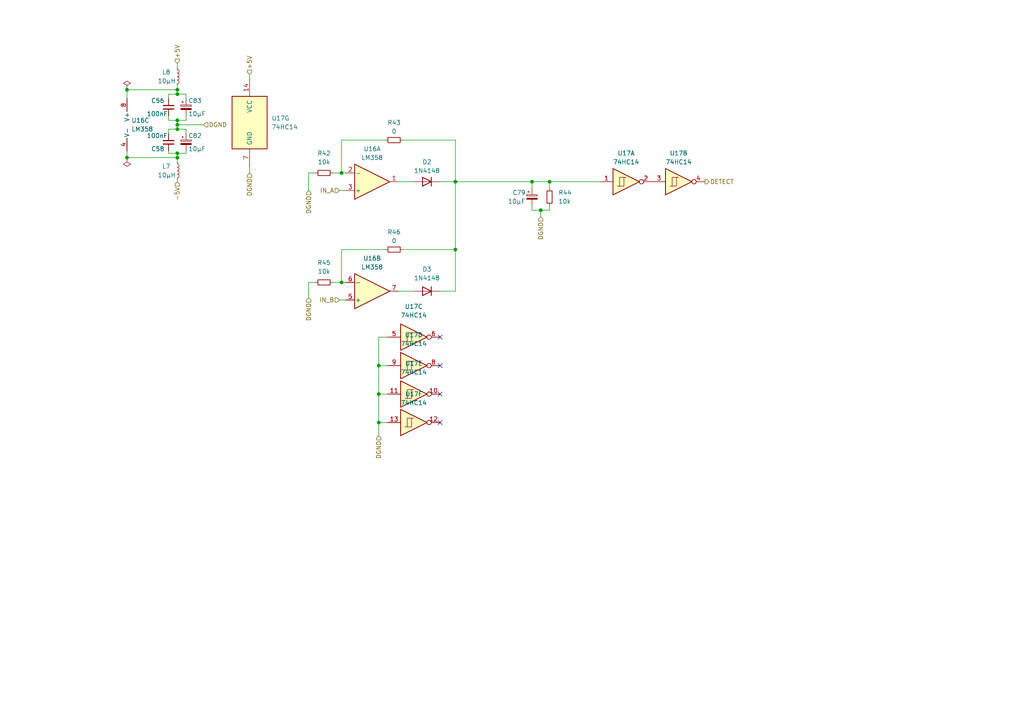
<source format=kicad_sch>
(kicad_sch (version 20230121) (generator eeschema)
  (paper "A4")
  (lib_symbols
    (symbol "74xx:74HC14" (pin_names (offset 1.016))
      (property "Reference" "U" (at 0 1.27 0))
      (property "Value" "74HC14" (at 0 -1.27 0))
      (symbol "74HC14_1_0"
        (polyline (pts (xy -3.81 3.81) (xy -3.81 -3.81) (xy 3.81 0) (xy -3.81 3.81)) (stroke (width 0.254)) (fill (type background)))
        (pin input line (at -7.62 0 0) (length 3.81) (name "~") (number "1"))
        (pin output inverted (at 7.62 0 180) (length 3.81) (name "~") (number "2"))
      )
      (symbol "74HC14_1_1"
        (polyline (pts (xy -1.905 -1.27) (xy -1.905 1.27) (xy -0.635 1.27)))
        (polyline (pts (xy -2.54 -1.27) (xy -0.635 -1.27) (xy -0.635 1.27) (xy 0 1.27)))
      )
      (symbol "74HC14_2_0"
        (polyline (pts (xy -3.81 3.81) (xy -3.81 -3.81) (xy 3.81 0) (xy -3.81 3.81)) (stroke (width 0.254)) (fill (type background)))
        (pin input line (at -7.62 0 0) (length 3.81) (name "~") (number "3"))
        (pin output inverted (at 7.62 0 180) (length 3.81) (name "~") (number "4"))
      )
      (symbol "74HC14_2_1"
        (polyline (pts (xy -1.905 -1.27) (xy -1.905 1.27) (xy -0.635 1.27)))
        (polyline (pts (xy -2.54 -1.27) (xy -0.635 -1.27) (xy -0.635 1.27) (xy 0 1.27)))
      )
      (symbol "74HC14_3_0"
        (polyline (pts (xy -3.81 3.81) (xy -3.81 -3.81) (xy 3.81 0) (xy -3.81 3.81)) (stroke (width 0.254)) (fill (type background)))
        (pin input line (at -7.62 0 0) (length 3.81) (name "~") (number "5"))
        (pin output inverted (at 7.62 0 180) (length 3.81) (name "~") (number "6"))
      )
      (symbol "74HC14_3_1"
        (polyline (pts (xy -1.905 -1.27) (xy -1.905 1.27) (xy -0.635 1.27)))
        (polyline (pts (xy -2.54 -1.27) (xy -0.635 -1.27) (xy -0.635 1.27) (xy 0 1.27)))
      )
      (symbol "74HC14_4_0"
        (polyline (pts (xy -3.81 3.81) (xy -3.81 -3.81) (xy 3.81 0) (xy -3.81 3.81)) (stroke (width 0.254)) (fill (type background)))
        (pin output inverted (at 7.62 0 180) (length 3.81) (name "~") (number "8"))
        (pin input line (at -7.62 0 0) (length 3.81) (name "~") (number "9"))
      )
      (symbol "74HC14_4_1"
        (polyline (pts (xy -1.905 -1.27) (xy -1.905 1.27) (xy -0.635 1.27)))
        (polyline (pts (xy -2.54 -1.27) (xy -0.635 -1.27) (xy -0.635 1.27) (xy 0 1.27)))
      )
      (symbol "74HC14_5_0"
        (polyline (pts (xy -3.81 3.81) (xy -3.81 -3.81) (xy 3.81 0) (xy -3.81 3.81)) (stroke (width 0.254)) (fill (type background)))
        (pin output inverted (at 7.62 0 180) (length 3.81) (name "~") (number "10"))
        (pin input line (at -7.62 0 0) (length 3.81) (name "~") (number "11"))
      )
      (symbol "74HC14_5_1"
        (polyline (pts (xy -1.905 -1.27) (xy -1.905 1.27) (xy -0.635 1.27)))
        (polyline (pts (xy -2.54 -1.27) (xy -0.635 -1.27) (xy -0.635 1.27) (xy 0 1.27)))
      )
      (symbol "74HC14_6_0"
        (polyline (pts (xy -3.81 3.81) (xy -3.81 -3.81) (xy 3.81 0) (xy -3.81 3.81)) (stroke (width 0.254)) (fill (type background)))
        (pin output inverted (at 7.62 0 180) (length 3.81) (name "~") (number "12"))
        (pin input line (at -7.62 0 0) (length 3.81) (name "~") (number "13"))
      )
      (symbol "74HC14_6_1"
        (polyline (pts (xy -1.905 -1.27) (xy -1.905 1.27) (xy -0.635 1.27)))
        (polyline (pts (xy -2.54 -1.27) (xy -0.635 -1.27) (xy -0.635 1.27) (xy 0 1.27)))
      )
      (symbol "74HC14_7_0"
        (pin power_in line (at 0 12.7 270) (length 5.08) (name "VCC") (number "14"))
        (pin power_in line (at 0 -12.7 90) (length 5.08) (name "GND") (number "7"))
      )
      (symbol "74HC14_7_1"
        (rectangle (start -5.08 7.62) (end 5.08 -7.62) (stroke (width 0.254)) (fill (type background)))
      )
    )
    (symbol "Amplifier_Operational:LM358" (pin_names (offset 0.127))
      (property "Reference" "U" (at 0 5.08 0))
      (property "Value" "LM358" (at 0 -5.08 0))
      (symbol "LM358_1_1"
        (polyline (pts (xy -5.08 5.08) (xy 5.08 0) (xy -5.08 -5.08) (xy -5.08 5.08)) (stroke (width 0.254)) (fill (type background)))
        (pin output line (at 7.62 0 180) (length 2.54) (name "~") (number "1"))
        (pin input line (at -7.62 -2.54 0) (length 2.54) (name "-") (number "2"))
        (pin input line (at -7.62 2.54 0) (length 2.54) (name "+") (number "3"))
      )
      (symbol "LM358_2_1"
        (polyline (pts (xy -5.08 5.08) (xy 5.08 0) (xy -5.08 -5.08) (xy -5.08 5.08)) (stroke (width 0.254)) (fill (type background)))
        (pin input line (at -7.62 2.54 0) (length 2.54) (name "+") (number "5"))
        (pin input line (at -7.62 -2.54 0) (length 2.54) (name "-") (number "6"))
        (pin output line (at 7.62 0 180) (length 2.54) (name "~") (number "7"))
      )
      (symbol "LM358_3_1"
        (pin power_in line (at -2.54 -7.62 90) (length 3.81) (name "V-") (number "4"))
        (pin power_in line (at -2.54 7.62 270) (length 3.81) (name "V+") (number "8"))
      )
    )
    (symbol "Device:C_Polarized_Small" (pin_numbers hide) (pin_names (offset 0.254) hide)
      (property "Reference" "C" (at 0.254 1.778 0))
      (property "Value" "C_Polarized_Small" (at 0.254 -2.032 0))
      (symbol "C_Polarized_Small_0_1"
        (rectangle (start -1.524 -0.3048) (end 1.524 -0.6858) (fill (type outline)))
        (rectangle (start -1.524 0.6858) (end 1.524 0.3048))
        (polyline (pts (xy -1.27 1.524) (xy -0.762 1.524)))
        (polyline (pts (xy -1.016 1.27) (xy -1.016 1.778)))
      )
      (symbol "C_Polarized_Small_1_1"
        (pin passive line (at 0 2.54 270) (length 1.8542) (name "~") (number "1"))
        (pin passive line (at 0 -2.54 90) (length 1.8542) (name "~") (number "2"))
      )
    )
    (symbol "Device:C_Small" (pin_numbers hide) (pin_names (offset 0.254) hide)
      (property "Reference" "C" (at 0.254 1.778 0))
      (property "Value" "C_Small" (at 0.254 -2.032 0))
      (symbol "C_Small_0_1"
        (polyline (pts (xy -1.524 -0.508) (xy 1.524 -0.508)) (stroke (width 0.3302)))
        (polyline (pts (xy -1.524 0.508) (xy 1.524 0.508)) (stroke (width 0.3048)))
      )
      (symbol "C_Small_1_1"
        (pin passive line (at 0 2.54 270) (length 2.032) (name "~") (number "1"))
        (pin passive line (at 0 -2.54 90) (length 2.032) (name "~") (number "2"))
      )
    )
    (symbol "Device:L_Small" (pin_numbers hide) (pin_names (offset 0.254) hide)
      (property "Reference" "L" (at 0.762 1.016 0))
      (property "Value" "L_Small" (at 0.762 -1.016 0))
      (symbol "L_Small_0_1"
        (arc (start 0 -2.032) (mid 0.5058 -1.524) (end 0 -1.016))
        (arc (start 0 -1.016) (mid 0.5058 -0.508) (end 0 0))
        (arc (start 0 0) (mid 0.5058 0.508) (end 0 1.016))
        (arc (start 0 1.016) (mid 0.5058 1.524) (end 0 2.032))
      )
      (symbol "L_Small_1_1"
        (pin passive line (at 0 2.54 270) (length 0.508) (name "~") (number "1"))
        (pin passive line (at 0 -2.54 90) (length 0.508) (name "~") (number "2"))
      )
    )
    (symbol "Device:R_Small" (pin_numbers hide) (pin_names (offset 0.254) hide)
      (property "Reference" "R" (at 0.762 0.508 0))
      (property "Value" "R_Small" (at 0.762 -1.016 0))
      (symbol "R_Small_0_1"
        (rectangle (start -0.762 1.778) (end 0.762 -1.778) (stroke (width 0.2032)))
      )
      (symbol "R_Small_1_1"
        (pin passive line (at 0 2.54 270) (length 0.762) (name "~") (number "1"))
        (pin passive line (at 0 -2.54 90) (length 0.762) (name "~") (number "2"))
      )
    )
    (symbol "Diode:1N4148" (pin_numbers hide) (pin_names hide)
      (property "Reference" "D" (at 0 2.54 0))
      (property "Value" "1N4148" (at 0 -2.54 0))
      (symbol "1N4148_0_1"
        (polyline (pts (xy -1.27 1.27) (xy -1.27 -1.27)) (stroke (width 0.254)))
        (polyline (pts (xy 1.27 0) (xy -1.27 0)))
        (polyline (pts (xy 1.27 1.27) (xy 1.27 -1.27) (xy -1.27 0) (xy 1.27 1.27)) (stroke (width 0.254)))
      )
      (symbol "1N4148_1_1"
        (pin passive line (at -3.81 0 0) (length 2.54) (name "K") (number "1"))
        (pin passive line (at 3.81 0 180) (length 2.54) (name "A") (number "2"))
      )
    )
    (symbol "power:PWR_FLAG" (power) (pin_numbers hide) (pin_names (offset 0) hide)
      (property "Value" "PWR_FLAG" (at 0 3.81 0))
      (symbol "PWR_FLAG_0_0"
        (pin power_out line (at 0 0 90) (length 0) (name "pwr") (number "1"))
      )
      (symbol "PWR_FLAG_0_1"
        (polyline (pts (xy 0 0) (xy 0 1.27) (xy -1.016 1.905) (xy 0 2.54) (xy 1.016 1.905) (xy 0 1.27)))
      )
    )
  )
  (junction (at 132.08 72.39))
  (junction (at 154.305 52.705))
  (junction (at 109.855 106.045))
  (junction (at 99.06 81.915))
  (junction (at 51.435 27.305))
  (junction (at 51.435 44.45))
  (junction (at 156.845 60.96))
  (junction (at 51.435 45.72))
  (junction (at 109.855 122.555))
  (junction (at 51.435 26.035))
  (junction (at 99.06 50.165))
  (junction (at 51.435 36.195))
  (junction (at 159.385 52.705))
  (junction (at 109.855 114.3))
  (junction (at 36.83 26.035))
  (junction (at 36.83 45.72))
  (junction (at 51.435 37.465))
  (junction (at 132.08 52.705))
  (junction (at 51.435 34.925))
  (no_connect (at 127.635 106.045))
  (no_connect (at 127.635 114.3))
  (no_connect (at 127.635 122.555))
  (no_connect (at 127.635 97.79))
  (wire (pts (xy 154.305 59.69) (xy 154.305 60.96)))
  (wire (pts (xy 115.57 84.455) (xy 120.015 84.455)))
  (wire (pts (xy 132.08 52.705) (xy 132.08 40.64)))
  (wire (pts (xy 109.855 106.045) (xy 109.855 114.3)))
  (wire (pts (xy 111.76 72.39) (xy 99.06 72.39)))
  (wire (pts (xy 51.435 52.07) (xy 51.435 52.705)))
  (wire (pts (xy 159.385 52.705) (xy 173.99 52.705)))
  (wire (pts (xy 51.435 34.29) (xy 51.435 34.925)))
  (wire (pts (xy 53.975 43.815) (xy 53.975 44.45)))
  (wire (pts (xy 89.535 86.36) (xy 89.535 81.915)))
  (wire (pts (xy 109.855 97.79) (xy 109.855 106.045)))
  (wire (pts (xy 89.535 81.915) (xy 91.44 81.915)))
  (wire (pts (xy 51.435 24.765) (xy 51.435 26.035)))
  (wire (pts (xy 115.57 52.705) (xy 120.015 52.705)))
  (wire (pts (xy 51.435 34.925) (xy 53.975 34.925)))
  (wire (pts (xy 48.895 33.655) (xy 48.895 34.925)))
  (wire (pts (xy 112.395 114.3) (xy 109.855 114.3)))
  (wire (pts (xy 36.83 26.035) (xy 51.435 26.035)))
  (wire (pts (xy 53.975 34.925) (xy 53.975 33.655)))
  (wire (pts (xy 132.08 52.705) (xy 132.08 72.39)))
  (wire (pts (xy 99.06 81.915) (xy 100.33 81.915)))
  (wire (pts (xy 51.435 36.195) (xy 51.435 37.465)))
  (wire (pts (xy 72.39 21.59) (xy 72.39 22.86)))
  (wire (pts (xy 112.395 106.045) (xy 109.855 106.045)))
  (wire (pts (xy 48.895 38.735) (xy 48.895 37.465)))
  (wire (pts (xy 48.895 34.925) (xy 51.435 34.925)))
  (wire (pts (xy 48.895 44.45) (xy 48.895 43.815)))
  (wire (pts (xy 48.895 28.575) (xy 48.895 27.305)))
  (wire (pts (xy 154.305 52.705) (xy 154.305 54.61)))
  (wire (pts (xy 98.425 55.245) (xy 100.33 55.245)))
  (wire (pts (xy 89.535 55.245) (xy 89.535 50.165)))
  (wire (pts (xy 99.06 72.39) (xy 99.06 81.915)))
  (wire (pts (xy 156.845 60.96) (xy 159.385 60.96)))
  (wire (pts (xy 51.435 27.305) (xy 53.975 27.305)))
  (wire (pts (xy 127.635 84.455) (xy 132.08 84.455)))
  (wire (pts (xy 96.52 50.165) (xy 99.06 50.165)))
  (wire (pts (xy 51.435 18.415) (xy 51.435 19.685)))
  (wire (pts (xy 112.395 122.555) (xy 109.855 122.555)))
  (wire (pts (xy 72.39 48.26) (xy 72.39 50.165)))
  (wire (pts (xy 48.895 27.305) (xy 51.435 27.305)))
  (wire (pts (xy 154.305 52.705) (xy 159.385 52.705)))
  (wire (pts (xy 99.06 50.165) (xy 100.33 50.165)))
  (wire (pts (xy 36.83 43.815) (xy 36.83 45.72)))
  (wire (pts (xy 111.76 40.64) (xy 99.06 40.64)))
  (wire (pts (xy 132.08 84.455) (xy 132.08 72.39)))
  (wire (pts (xy 156.845 60.96) (xy 156.845 62.865)))
  (wire (pts (xy 51.435 46.99) (xy 51.435 45.72)))
  (wire (pts (xy 127.635 52.705) (xy 132.08 52.705)))
  (wire (pts (xy 116.84 72.39) (xy 132.08 72.39)))
  (wire (pts (xy 53.975 37.465) (xy 53.975 38.735)))
  (wire (pts (xy 109.855 114.3) (xy 109.855 122.555)))
  (wire (pts (xy 51.435 36.195) (xy 59.055 36.195)))
  (wire (pts (xy 99.06 40.64) (xy 99.06 50.165)))
  (wire (pts (xy 154.305 60.96) (xy 156.845 60.96)))
  (wire (pts (xy 48.895 37.465) (xy 51.435 37.465)))
  (wire (pts (xy 51.435 27.305) (xy 51.435 26.035)))
  (wire (pts (xy 53.975 27.305) (xy 53.975 28.575)))
  (wire (pts (xy 109.855 122.555) (xy 109.855 126.365)))
  (wire (pts (xy 98.425 86.995) (xy 100.33 86.995)))
  (wire (pts (xy 112.395 97.79) (xy 109.855 97.79)))
  (wire (pts (xy 51.435 34.925) (xy 51.435 36.195)))
  (wire (pts (xy 51.435 44.45) (xy 53.975 44.45)))
  (wire (pts (xy 132.08 52.705) (xy 154.305 52.705)))
  (wire (pts (xy 48.895 44.45) (xy 51.435 44.45)))
  (wire (pts (xy 89.535 50.165) (xy 91.44 50.165)))
  (wire (pts (xy 51.435 44.45) (xy 51.435 45.72)))
  (wire (pts (xy 159.385 59.69) (xy 159.385 60.96)))
  (wire (pts (xy 159.385 54.61) (xy 159.385 52.705)))
  (wire (pts (xy 36.83 45.72) (xy 51.435 45.72)))
  (wire (pts (xy 96.52 81.915) (xy 99.06 81.915)))
  (wire (pts (xy 51.435 37.465) (xy 53.975 37.465)))
  (wire (pts (xy 36.83 28.575) (xy 36.83 26.035)))
  (wire (pts (xy 116.84 40.64) (xy 132.08 40.64)))
  (hierarchical_label "IN_A" (shape input) (at 98.425 55.245 180))
  (hierarchical_label "DGND" (shape input) (at 89.535 55.245 270))
  (hierarchical_label "DGND" (shape input) (at 89.535 86.36 270))
  (hierarchical_label "+5V" (shape input) (at 51.435 18.415 90))
  (hierarchical_label "DGND" (shape input) (at 156.845 62.865 270))
  (hierarchical_label "+5V" (shape input) (at 72.39 21.59 90))
  (hierarchical_label "DGND" (shape input) (at 59.055 36.195 0))
  (hierarchical_label "DGND" (shape input) (at 72.39 50.165 270))
  (hierarchical_label "IN_B" (shape input) (at 98.425 86.995 180))
  (hierarchical_label "DETECT" (shape output) (at 204.47 52.705 0))
  (hierarchical_label "-5V" (shape input) (at 51.435 52.705 270))
  (hierarchical_label "DGND" (shape input) (at 109.855 126.365 270))
  (symbol (lib_id "Device:C_Small") (at 48.895 41.275 0) (mirror x) (unit 1)
    (property "Reference" "C58" (at 43.815 43.18 0) (effects (justify left)))
    (property "Value" "100nF" (at 42.545 39.37 0) (effects (justify left)))
    (property "Footprint" "Capacitor_SMD:C_0805_2012Metric_Pad1.18x1.45mm_HandSolder" (effects hide))
    (property "LCSC" "C28233" (effects hide))
    (instances (project "AmplifierBoard" (path "" (reference "C58") (unit 1)) (path "" (reference "C67") (unit 1)) (path "" (reference "C81") (unit 1))))
  )
  (symbol (lib_id "Device:R_Small") (at 93.98 81.915 90) (unit 1)
    (property "Reference" "R45" (at 93.98 76.2 90))
    (property "Value" "10k" (at 93.98 78.74 90))
    (property "Footprint" "Resistor_SMD:R_0603_1608Metric_Pad0.98x0.95mm_HandSolder" (effects hide))
    (property "LCSC" "C25804" (effects hide))
  )
  (symbol (lib_id "74xx:74HC14") (at 120.015 106.045 0) (unit 4)
    (property "Reference" "U17" (at 120.015 97.155 0))
    (property "Value" "74HC14" (at 120.015 99.695 0))
    (property "Footprint" "Package_SO:SOIC-14_3.9x8.7mm_P1.27mm" (effects hide))
    (property "Datasheet" "http://www.ti.com/lit/gpn/sn74HC14" (effects hide))
    (property "LCSC" "C5605" (effects hide))
  )
  (symbol (lib_id "Device:L_Small") (at 51.435 49.53 0) (unit 1)
    (property "Reference" "L7" (at 46.99 48.26 0) (effects (justify left)))
    (property "Value" "10µH" (at 45.72 50.8 0) (effects (justify left)))
    (property "Footprint" "Inductor_SMD:L_0805_2012Metric_Pad1.15x1.40mm_HandSolder" (effects hide))
    (property "LCSC" "C1046" (effects hide))
    (instances (project "AmplifierBoard" (path "" (reference "L7") (unit 1)) (path "" (reference "L11") (unit 1)) (path "" (reference "L13") (unit 1))))
  )
  (symbol (lib_id "Device:C_Polarized_Small") (at 53.975 31.115 0) (unit 1)
    (property "Reference" "C83" (at 54.61 29.21 0) (effects (justify left)))
    (property "Value" "10µF" (at 54.61 33.02 0) (effects (justify left)))
    (property "Footprint" "Capacitor_Tantalum_SMD:CP_EIA-3216-18_Kemet-A_Pad1.58x1.35mm_HandSolder" (effects hide))
  )
  (symbol (lib_id "power:PWR_FLAG") (at 36.83 45.72 180) (unit 1)
    (property "Reference" "#FLG04" (effects hide))
    (property "Value" "PWR_FLAG" (effects hide))
  )
  (symbol (lib_id "Amplifier_Operational:LM358") (at 107.95 52.705 0) (mirror x) (unit 1)
    (property "Reference" "U16" (at 107.95 43.18 0))
    (property "Value" "LM358" (at 107.95 45.72 0))
    (property "Footprint" "Package_SO:SOIC-8_5.23x5.23mm_P1.27mm" (effects hide))
    (property "Datasheet" "http://www.ti.com/lit/ds/symlink/lm2904-n.pdf" (effects hide))
    (property "LCSC" "C7950" (effects hide))
  )
  (symbol (lib_id "Device:C_Small") (at 48.895 31.115 0) (unit 1)
    (property "Reference" "C56" (at 43.815 29.21 0) (effects (justify left)))
    (property "Value" "100nF" (at 42.545 33.02 0) (effects (justify left)))
    (property "Footprint" "Capacitor_SMD:C_0805_2012Metric_Pad1.18x1.45mm_HandSolder" (effects hide))
    (property "LCSC" "C28233" (effects hide))
    (instances (project "AmplifierBoard" (path "" (reference "C56") (unit 1)) (path "" (reference "C66") (unit 1)) (path "" (reference "C80") (unit 1))))
  )
  (symbol (lib_id "Device:R_Small") (at 93.98 50.165 90) (unit 1)
    (property "Reference" "R42" (at 93.98 44.45 90))
    (property "Value" "10k" (at 93.98 46.99 90))
    (property "Footprint" "Resistor_SMD:R_0603_1608Metric_Pad0.98x0.95mm_HandSolder" (effects hide))
    (property "LCSC" "C25804" (effects hide))
  )
  (symbol (lib_id "Device:R_Small") (at 114.3 40.64 90) (unit 1)
    (property "Reference" "R43" (at 114.3 35.56 90))
    (property "Value" "0" (at 114.3 38.1 90))
    (property "Footprint" "Resistor_SMD:R_0603_1608Metric_Pad0.98x0.95mm_HandSolder" (effects hide))
    (property "LCSC" "C21189" (effects hide))
  )
  (symbol (lib_id "74xx:74HC14") (at 196.85 52.705 0) (unit 2)
    (property "Reference" "U17" (at 196.85 44.45 0))
    (property "Value" "74HC14" (at 196.85 46.99 0))
    (property "Footprint" "Package_SO:SOIC-14_3.9x8.7mm_P1.27mm" (effects hide))
    (property "Datasheet" "http://www.ti.com/lit/gpn/sn74HC14" (effects hide))
    (property "LCSC" "C5605" (effects hide))
  )
  (symbol (lib_id "74xx:74HC14") (at 120.015 114.3 0) (unit 5)
    (property "Reference" "U17" (at 120.015 105.41 0))
    (property "Value" "74HC14" (at 120.015 107.95 0))
    (property "Footprint" "Package_SO:SOIC-14_3.9x8.7mm_P1.27mm" (effects hide))
    (property "Datasheet" "http://www.ti.com/lit/gpn/sn74HC14" (effects hide))
    (property "LCSC" "C5605" (effects hide))
  )
  (symbol (lib_id "74xx:74HC14") (at 120.015 122.555 0) (unit 6)
    (property "Reference" "U17" (at 120.015 114.3 0))
    (property "Value" "74HC14" (at 120.015 116.84 0))
    (property "Footprint" "Package_SO:SOIC-14_3.9x8.7mm_P1.27mm" (effects hide))
    (property "Datasheet" "http://www.ti.com/lit/gpn/sn74HC14" (effects hide))
    (property "LCSC" "C5605" (effects hide))
  )
  (symbol (lib_id "74xx:74HC14") (at 72.39 35.56 0) (unit 7)
    (property "Reference" "U17" (at 78.74 34.29 0) (effects (justify left)))
    (property "Value" "74HC14" (at 78.74 36.83 0) (effects (justify left)))
    (property "Footprint" "Package_SO:SOIC-14_3.9x8.7mm_P1.27mm" (effects hide))
    (property "Datasheet" "http://www.ti.com/lit/gpn/sn74HC14" (effects hide))
    (property "LCSC" "C5605" (effects hide))
  )
  (symbol (lib_id "74xx:74HC14") (at 120.015 97.79 0) (unit 3)
    (property "Reference" "U17" (at 120.015 88.9 0))
    (property "Value" "74HC14" (at 120.015 91.44 0))
    (property "Footprint" "Package_SO:SOIC-14_3.9x8.7mm_P1.27mm" (effects hide))
    (property "Datasheet" "http://www.ti.com/lit/gpn/sn74HC14" (effects hide))
    (property "LCSC" "C5605" (effects hide))
  )
  (symbol (lib_id "Device:C_Polarized_Small") (at 53.975 41.275 0) (unit 1)
    (property "Reference" "C82" (at 54.61 39.37 0) (effects (justify left)))
    (property "Value" "10µF" (at 54.61 43.18 0) (effects (justify left)))
    (property "Footprint" "Capacitor_Tantalum_SMD:CP_EIA-3216-18_Kemet-A_Pad1.58x1.35mm_HandSolder" (effects hide))
  )
  (symbol (lib_id "Diode:1N4148") (at 123.825 52.705 180) (unit 1)
    (property "Reference" "D2" (at 123.825 46.99 0))
    (property "Value" "1N4148" (at 123.825 49.53 0))
    (property "Footprint" "Diode_SMD:D_SOD-123" (effects hide))
    (property "Datasheet" "https://assets.nexperia.com/documents/data-sheet/1N4148_1N4448.pdf" (effects hide))
    (property "Sim.Device" "D" (effects hide))
    (property "Sim.Pins" "1=K 2=A" (effects hide))
    (property "DK" "1N4148W-13FDICT-ND" (effects hide))
    (property "LCSC" "C81598" (effects hide))
  )
  (symbol (lib_id "Amplifier_Operational:LM358") (at 107.95 84.455 0) (mirror x) (unit 2)
    (property "Reference" "U16" (at 107.95 74.93 0))
    (property "Value" "LM358" (at 107.95 77.47 0))
    (property "Footprint" "Package_SO:SOIC-8_5.23x5.23mm_P1.27mm" (effects hide))
    (property "Datasheet" "http://www.ti.com/lit/ds/symlink/lm2904-n.pdf" (effects hide))
    (property "LCSC" "C7950" (effects hide))
  )
  (symbol (lib_id "Diode:1N4148") (at 123.825 84.455 180) (unit 1)
    (property "Reference" "D3" (at 123.825 78.105 0))
    (property "Value" "1N4148" (at 123.825 80.645 0))
    (property "Footprint" "Diode_SMD:D_SOD-123" (effects hide))
    (property "Datasheet" "https://assets.nexperia.com/documents/data-sheet/1N4148_1N4448.pdf" (effects hide))
    (property "Sim.Device" "D" (effects hide))
    (property "Sim.Pins" "1=K 2=A" (effects hide))
    (property "DK" "1N4148W-13FDICT-ND" (effects hide))
    (property "LCSC" "C81598" (effects hide))
  )
  (symbol (lib_id "Device:C_Polarized_Small") (at 154.305 57.15 0) (unit 1)
    (property "Reference" "C79" (at 148.59 55.88 0) (effects (justify left)))
    (property "Value" "10µF" (at 147.32 58.42 0) (effects (justify left)))
    (property "Footprint" "Capacitor_Tantalum_SMD:CP_EIA-3216-18_Kemet-A_Pad1.58x1.35mm_HandSolder" (effects hide))
  )
  (symbol (lib_id "Device:R_Small") (at 114.3 72.39 90) (unit 1)
    (property "Reference" "R46" (at 114.3 67.31 90))
    (property "Value" "0" (at 114.3 69.85 90))
    (property "Footprint" "Resistor_SMD:R_0603_1608Metric_Pad0.98x0.95mm_HandSolder" (effects hide))
    (property "LCSC" "C21189" (effects hide))
  )
  (symbol (lib_id "power:PWR_FLAG") (at 36.83 26.035 0) (unit 1)
    (property "Reference" "#FLG03" (effects hide))
    (property "Value" "PWR_FLAG" (effects hide))
  )
  (symbol (lib_id "74xx:74HC14") (at 181.61 52.705 0) (unit 1)
    (property "Reference" "U17" (at 181.61 44.45 0))
    (property "Value" "74HC14" (at 181.61 46.99 0))
    (property "Footprint" "Package_SO:SOIC-14_3.9x8.7mm_P1.27mm" (effects hide))
    (property "Datasheet" "http://www.ti.com/lit/gpn/sn74HC14" (effects hide))
    (property "LCSC" "C5605" (effects hide))
  )
  (symbol (lib_id "Device:R_Small") (at 159.385 57.15 180) (unit 1)
    (property "Reference" "R44" (at 161.925 55.88 0) (effects (justify right)))
    (property "Value" "10k" (at 161.925 58.42 0) (effects (justify right)))
    (property "Footprint" "Resistor_SMD:R_0603_1608Metric_Pad0.98x0.95mm_HandSolder" (effects hide))
    (property "LCSC" "C25804" (effects hide))
  )
  (symbol (lib_id "Amplifier_Operational:LM358") (at 34.29 36.195 0) (mirror y) (unit 3)
    (property "Reference" "U16" (at 38.1 34.925 0) (effects (justify right)))
    (property "Value" "LM358" (at 38.1 37.465 0) (effects (justify right)))
    (property "Footprint" "Package_SO:SOIC-8_5.23x5.23mm_P1.27mm" (effects hide))
    (property "Datasheet" "http://www.ti.com/lit/ds/symlink/lm2904-n.pdf" (effects hide))
    (property "LCSC" "C7950" (effects hide))
  )
  (symbol (lib_id "Device:L_Small") (at 51.435 22.225 0) (unit 1)
    (property "Reference" "L8" (at 46.99 20.955 0) (effects (justify left)))
    (property "Value" "10µH" (at 45.72 23.495 0) (effects (justify left)))
    (property "Footprint" "Inductor_SMD:L_0805_2012Metric_Pad1.15x1.40mm_HandSolder" (effects hide))
    (property "LCSC" "C1046" (effects hide))
    (instances (project "AmplifierBoard" (path "" (reference "L8") (unit 1)) (path "" (reference "L10") (unit 1)) (path "" (reference "L12") (unit 1))))
  )
)
</source>
